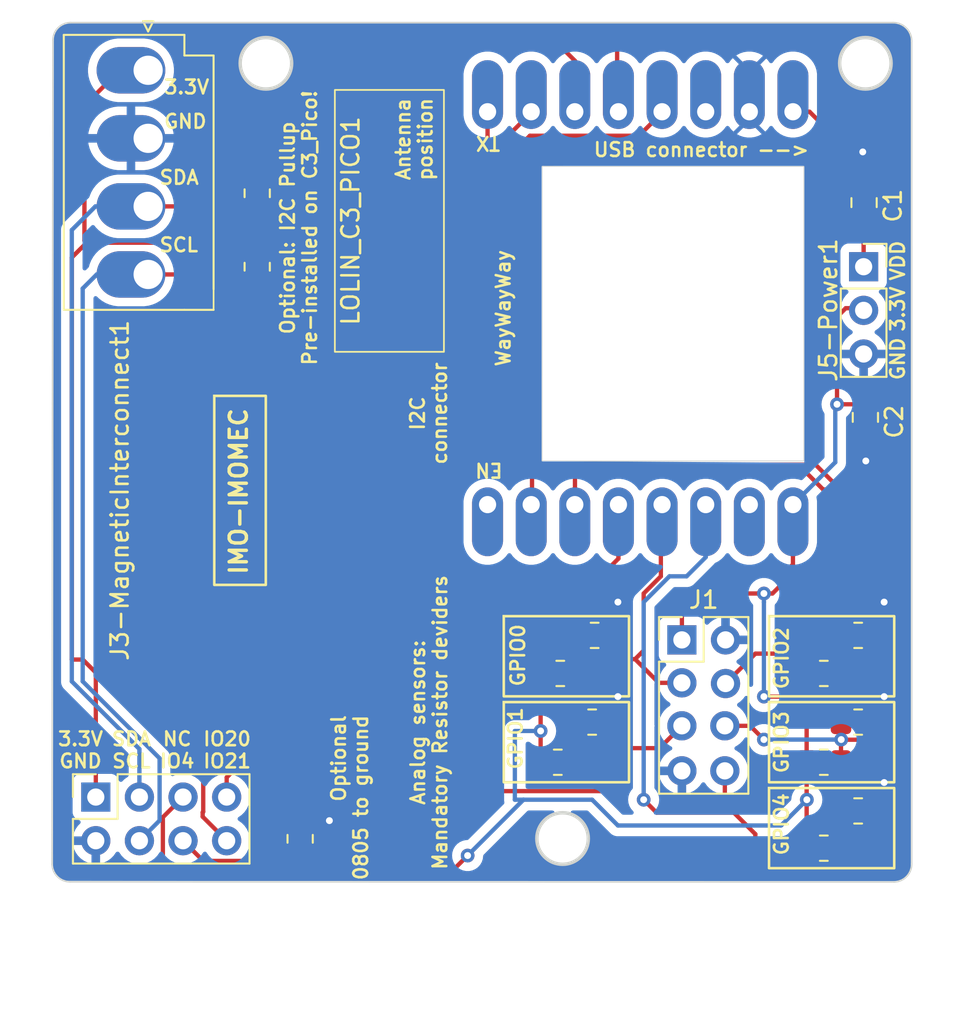
<source format=kicad_pcb>
(kicad_pcb (version 20240108) (generator "pcbnew") (generator_version "8.0")
  (layers (0 "F.Cu" signal) (31 "B.Cu" signal) (34 "B.Paste" user) (35 "F.Paste" user) (36 "B.SilkS" user "B.Silkscreen") (37 "F.SilkS" user "F.Silkscreen") (38 "B.Mask" user) (39 "F.Mask" user) (44 "Edge.Cuts" user))
  (net 0 "")
  (net 1 "GND")
  (net 2 "VDD")
  (net 3 "+3.3V")
  (net 4 "/SDA")
  (net 5 "/SCL")
  (net 6 "/SPI_MISO")
  (net 7 "/SPI_MOSI")
  (net 8 "/SPI_SCK")
  (net 9 "/SPI_CS")
  (net 10 "Net-(J4-OffTheShelf-Digital1-Pin_5)")
  (net 11 "/GPIO4_LED")
  (net 12 "/GPIO20_RX")
  (net 13 "/GPIO21_TX")
  (net 15 "Net-(J1-Pin_5)")
  (net 17 "Net-(J1-Pin_4)")
  (footprint "Resistor_SMD:R_0805_2012Metric_Pad1.20x1.40mm_HandSolder" (layer "F.Cu") (at 208 99.32 180)
    (property "Reference" "R16" (hide yes))
    (property "Value" "R")
    (fp_line (start -0.227064 0.735) (end 0.227064 0.735) (stroke (width 0.12)) (layer "F.SilkS"))
    (fp_line (start -0.227064 -0.735) (end 0.227064 -0.735) (stroke (width 0.12)) (layer "F.SilkS"))
    (pad "1" smd roundrect (at -1 0 180) (size 1.2 1.4) (layers "F.Cu" "F.Paste" "F.Mask") (roundrect_rratio 0.2083333333) (net 8 "/SPI_SCK"))
    (pad "2" smd roundrect (at 1 0 180) (size 1.2 1.4) (layers "F.Cu" "F.Paste" "F.Mask") (roundrect_rratio 0.2083333333) (net 3 "+3.3V"))
  )
  (footprint "Resistor_SMD:R_0805_2012Metric_Pad1.20x1.40mm_HandSolder" (layer "F.Cu") (at 208.1449 94.15195 180)
    (property "Reference" "R17" (hide yes))
    (property "Value" "R")
    (fp_line (start -0.227064 0.735) (end 0.227064 0.735) (stroke (width 0.12)) (layer "F.SilkS"))
    (fp_line (start -0.227064 -0.735) (end 0.227064 -0.735) (stroke (width 0.12)) (layer "F.SilkS"))
    (pad "1" smd roundrect (at -1 0 180) (size 1.2 1.4) (layers "F.Cu" "F.Paste" "F.Mask") (roundrect_rratio 0.2083333333) (net 6 "/SPI_MISO"))
    (pad "2" smd roundrect (at 1 0 180) (size 1.2 1.4) (layers "F.Cu" "F.Paste" "F.Mask") (roundrect_rratio 0.2083333333) (net 3 "+3.3V"))
  )
  (footprint "Resistor_SMD:R_0805_2012Metric_Pad1.20x1.40mm_HandSolder" (layer "F.Cu") (at 193 103.775 90)
    (property "Reference" "R1" (hide yes))
    (property "Value" "R")
    (fp_line (start -0.227064 -0.735) (end 0.227064 -0.735) (stroke (width 0.12)) (layer "F.SilkS"))
    (fp_line (start -0.227064 0.735) (end 0.227064 0.735) (stroke (width 0.12)) (layer "F.SilkS"))
    (pad "1" smd roundrect (at -1 0 90) (size 1.2 1.4) (layers "F.Cu" "F.Paste" "F.Mask") (roundrect_rratio 0.2083333333) (net 10 "Net-(J4-OffTheShelf-Digital1-Pin_5)"))
    (pad "2" smd roundrect (at 1 0 90) (size 1.2 1.4) (layers "F.Cu" "F.Paste" "F.Mask") (roundrect_rratio 0.2083333333) (net 1 "GND"))
  )
  (footprint "Capacitor_SMD:C_0805_2012Metric_Pad1.18x1.45mm_HandSolder" (layer "F.Cu") (at 225.8314 66.7551 -90)
    (property "Reference" "C1" (at 0.1817 -1.6764 90) (layer "F.SilkS"))
    (property "Value" "C_Small")
    (fp_line (start -0.261252 0.735) (end 0.261252 0.735) (stroke (width 0.12)) (layer "F.SilkS"))
    (fp_line (start -0.261252 -0.735) (end 0.261252 -0.735) (stroke (width 0.12)) (layer "F.SilkS"))
    (pad "1" smd roundrect (at -1.0375 0 270) (size 1.175 1.45) (layers "F.Cu" "F.Paste" "F.Mask") (roundrect_rratio 0.2127659574) (net 1 "GND"))
    (pad "2" smd roundrect (at 1.0375 0 270) (size 1.175 1.45) (layers "F.Cu" "F.Paste" "F.Mask") (roundrect_rratio 0.2127659574) (net 2 "VDD"))
  )
  (footprint "Resistor_SMD:R_0805_2012Metric_Pad1.20x1.40mm_HandSolder" (layer "F.Cu") (at 223.487347 99.32 180)
    (property "Reference" "R14" (hide yes))
    (property "Value" "R")
    (fp_line (start -0.227064 0.735) (end 0.227064 0.735) (stroke (width 0.12)) (layer "F.SilkS"))
    (fp_line (start -0.227064 -0.735) (end 0.227064 -0.735) (stroke (width 0.12)) (layer "F.SilkS"))
    (pad "1" smd roundrect (at -1 0 180) (size 1.2 1.4) (layers "F.Cu" "F.Paste" "F.Mask") (roundrect_rratio 0.2083333333) (net 15 "Net-(J1-Pin_5)"))
    (pad "2" smd roundrect (at 1 0 180) (size 1.2 1.4) (layers "F.Cu" "F.Paste" "F.Mask") (roundrect_rratio 0.2083333333) (net 3 "+3.3V"))
  )
  (footprint "Resistor_SMD:R_0805_2012Metric_Pad1.20x1.40mm_HandSolder" (layer "F.Cu") (at 225.487347 102.15195)
    (property "Reference" "R18" (hide yes))
    (property "Value" "R")
    (fp_line (start -0.227064 -0.735) (end 0.227064 -0.735) (stroke (width 0.12)) (layer "F.SilkS"))
    (fp_line (start -0.227064 0.735) (end 0.227064 0.735) (stroke (width 0.12)) (layer "F.SilkS"))
    (pad "1" smd roundrect (at -1 0) (size 1.2 1.4) (layers "F.Cu" "F.Paste" "F.Mask") (roundrect_rratio 0.2083333333) (net 7 "/SPI_MOSI"))
    (pad "2" smd roundrect (at 1 0) (size 1.2 1.4) (layers "F.Cu" "F.Paste" "F.Mask") (roundrect_rratio 0.2083333333) (net 1 "GND"))
  )
  (footprint "Resistor_SMD:R_0805_2012Metric_Pad1.20x1.40mm_HandSolder" (layer "F.Cu") (at 223.487347 104.32 180)
    (property "Reference" "R13" (hide yes))
    (property "Value" "R")
    (fp_line (start -0.227064 0.735) (end 0.227064 0.735) (stroke (width 0.12)) (layer "F.SilkS"))
    (fp_line (start -0.227064 -0.735) (end 0.227064 -0.735) (stroke (width 0.12)) (layer "F.SilkS"))
    (pad "1" smd roundrect (at -1 0 180) (size 1.2 1.4) (layers "F.Cu" "F.Paste" "F.Mask") (roundrect_rratio 0.2083333333) (net 7 "/SPI_MOSI"))
    (pad "2" smd roundrect (at 1 0 180) (size 1.2 1.4) (layers "F.Cu" "F.Paste" "F.Mask") (roundrect_rratio 0.2083333333) (net 3 "+3.3V"))
  )
  (footprint "Resistor_SMD:R_0805_2012Metric_Pad1.20x1.40mm_HandSolder" (layer "F.Cu") (at 210 96.9839)
    (property "Reference" "R21" (hide yes))
    (property "Value" "R")
    (fp_line (start -0.227064 -0.735) (end 0.227064 -0.735) (stroke (width 0.12)) (layer "F.SilkS"))
    (fp_line (start -0.227064 0.735) (end 0.227064 0.735) (stroke (width 0.12)) (layer "F.SilkS"))
    (pad "1" smd roundrect (at -1 0) (size 1.2 1.4) (layers "F.Cu" "F.Paste" "F.Mask") (roundrect_rratio 0.2083333333) (net 8 "/SPI_SCK"))
    (pad "2" smd roundrect (at 1 0) (size 1.2 1.4) (layers "F.Cu" "F.Paste" "F.Mask") (roundrect_rratio 0.2083333333) (net 1 "GND"))
  )
  (footprint "Resistor_SMD:R_0805_2012Metric_Pad1.20x1.40mm_HandSolder" (layer "F.Cu") (at 223.487347 94.15195 180)
    (property "Reference" "R15" (hide yes))
    (property "Value" "R")
    (fp_line (start -0.227064 0.735) (end 0.227064 0.735) (stroke (width 0.12)) (layer "F.SilkS"))
    (fp_line (start -0.227064 -0.735) (end 0.227064 -0.735) (stroke (width 0.12)) (layer "F.SilkS"))
    (pad "1" smd roundrect (at -1 0 180) (size 1.2 1.4) (layers "F.Cu" "F.Paste" "F.Mask") (roundrect_rratio 0.2083333333) (net 17 "Net-(J1-Pin_4)"))
    (pad "2" smd roundrect (at 1 0 180) (size 1.2 1.4) (layers "F.Cu" "F.Paste" "F.Mask") (roundrect_rratio 0.2083333333) (net 3 "+3.3V"))
  )
  (footprint "Connector_PinSocket_2.54mm:PinSocket_2x04_P2.54mm_Vertical" (layer "F.Cu") (at 181.102 101.346 90)
    (property "Reference" "J4-OffTheShelf-Digital1" (hide yes))
    (property "Value" "Conn_02x06_Counter_Clockwise")
    (fp_line (start 1.33 -1.33) (end 1.33 0) (stroke (width 0.12)) (layer "F.SilkS"))
    (fp_line (start 0 -1.33) (end 1.33 -1.33) (stroke (width 0.12)) (layer "F.SilkS"))
    (fp_line (start -1.27 -1.33) (end -1.27 1.27) (stroke (width 0.12)) (layer "F.SilkS"))
    (fp_line (start -3.87 -1.33) (end -1.27 -1.33) (stroke (width 0.12)) (layer "F.SilkS"))
    (fp_line (start -3.87 -1.33) (end -3.87 8.95) (stroke (width 0.12)) (layer "F.SilkS"))
    (fp_line (start 1.33 1.27) (end 1.33 8.95) (stroke (width 0.12)) (layer "F.SilkS"))
    (fp_line (start -1.27 1.27) (end 1.33 1.27) (stroke (width 0.12)) (layer "F.SilkS"))
    (fp_line (start -3.87 8.95) (end 1.33 8.95) (stroke (width 0.12)) (layer "F.SilkS"))
    (pad "1" thru_hole rect (at 0 0 90) (size 1.7 1.7) (drill 1) (layers "*.Cu" "*.Mask") (net 3 "+3.3V"))
    (pad "2" thru_hole oval (at -2.54 0 90) (size 1.7 1.7) (drill 1) (layers "*.Cu" "*.Mask") (net 1 "GND"))
    (pad "3" thru_hole oval (at 0 2.54 90) (size 1.7 1.7) (drill 1) (layers "*.Cu" "*.Mask") (net 4 "/SDA"))
    (pad "4" thru_hole oval (at -2.54 2.54 90) (size 1.7 1.7) (drill 1) (layers "*.Cu" "*.Mask") (net 5 "/SCL"))
    (pad "5" thru_hole oval (at 0 5.08 90) (size 1.7 1.7) (drill 1) (layers "*.Cu" "*.Mask") (net 10 "Net-(J4-OffTheShelf-Digital1-Pin_5)"))
    (pad "6" thru_hole oval (at -2.54 5.08 90) (size 1.7 1.7) (drill 1) (layers "*.Cu" "*.Mask") (net 11 "/GPIO4_LED"))
    (pad "7" thru_hole oval (at 0 7.62 90) (size 1.7 1.7) (drill 1) (layers "*.Cu" "*.Mask") (net 12 "/GPIO20_RX"))
    (pad "8" thru_hole oval (at -2.54 7.62 90) (size 1.7 1.7) (drill 1) (layers "*.Cu" "*.Mask") (net 13 "/GPIO21_TX"))
  )
  (footprint "Resistor_SMD:R_0805_2012Metric_Pad1.20x1.40mm_HandSolder" (layer "F.Cu") (at 190.5 66.21 -90)
    (property "Reference" "R2" (hide yes))
    (property "Value" "R")
    (fp_line (start -0.227064 0.735) (end 0.227064 0.735) (stroke (width 0.12)) (layer "F.SilkS"))
    (fp_line (start -0.227064 -0.735) (end 0.227064 -0.735) (stroke (width 0.12)) (layer "F.SilkS"))
    (pad "1" smd roundrect (at -1 0 270) (size 1.2 1.4) (layers "F.Cu" "F.Paste" "F.Mask") (roundrect_rratio 0.2083333333) (net 4 "/SDA"))
    (pad "2" smd roundrect (at 1 0 270) (size 1.2 1.4) (layers "F.Cu" "F.Paste" "F.Mask") (roundrect_rratio 0.2083333333) (net 3 "+3.3V"))
  )
  (footprint "Resistor_SMD:R_0805_2012Metric_Pad1.20x1.40mm_HandSolder" (layer "F.Cu") (at 225.487347 91.93695)
    (property "Reference" "R20" (hide yes))
    (property "Value" "R")
    (fp_line (start -0.227064 -0.735) (end 0.227064 -0.735) (stroke (width 0.12)) (layer "F.SilkS"))
    (fp_line (start -0.227064 0.735) (end 0.227064 0.735) (stroke (width 0.12)) (layer "F.SilkS"))
    (pad "1" smd roundrect (at -1 0) (size 1.2 1.4) (layers "F.Cu" "F.Paste" "F.Mask") (roundrect_rratio 0.2083333333) (net 17 "Net-(J1-Pin_4)"))
    (pad "2" smd roundrect (at 1 0) (size 1.2 1.4) (layers "F.Cu" "F.Paste" "F.Mask") (roundrect_rratio 0.2083333333) (net 1 "GND"))
  )
  (footprint "User:LOLIN_C3_PICO_1.0.0" (layer "F.Cu") (at 214.071 71.628 90)
    (property "Reference" "LOLIN_C3_PICO1" (at 3.81 -18.1354 90) (layer "F.SilkS"))
    (property "Value" "~")
    (fp_rect (start 11.43 -19.05) (end -3.81 -12.7) (stroke (width 0.1)) (fill none) (layer "F.SilkS"))
    (fp_rect (start -10.16 -6.985) (end 6.985 8.255) (stroke (width 0.05)) (fill none) (layer "Edge.Cuts"))
    (pad "1" thru_hole oval (at 10.16 7.62 180) (size 1.8 4) (drill 1 (offset 0 1)) (layers "*.Cu" "*.Mask") (net 2 "VDD"))
    (pad "2" thru_hole oval (at 10.16 5.08 180) (size 1.8 4) (drill 1 (offset 0 1)) (layers "*.Cu" "*.Mask") (net 1 "GND"))
    (pad "3" thru_hole oval (at 10.16 2.54 180) (size 1.8 4) (drill 1 (offset 0 1)) (layers "*.Cu" "*.Mask") (net 9 "/SPI_CS"))
    (pad "4" thru_hole oval (at 10.16 0 180) (size 1.8 4) (drill 1 (offset 0 1)) (layers "*.Cu" "*.Mask") (net 11 "/GPIO4_LED"))
    (pad "5" thru_hole oval (at 10.16 -2.54 180) (size 1.8 4) (drill 1 (offset 0 1)) (layers "*.Cu" "*.Mask") (net 4 "/SDA"))
    (pad "6" thru_hole oval (at 10.16 -5.08 180) (size 1.8 4) (drill 1 (offset 0 1)) (layers "*.Cu" "*.Mask") (net 5 "/SCL"))
    (pad "7" thru_hole oval (at 10.16 -7.62 180) (size 1.8 4) (drill 1 (offset 0 1)) (layers "*.Cu" "*.Mask") (net 12 "/GPIO20_RX"))
    (pad "8" thru_hole oval (at 10.16 -10.16 180) (size 1.8 4) (drill 1 (offset 0 1)) (layers "*.Cu" "*.Mask") (net 13 "/GPIO21_TX"))
    (pad "9" thru_hole oval (at -12.7 -10.16 180) (size 1.8 4) (drill 1 (offset 0 -1)) (layers "*.Cu" "*.Mask"))
    (pad "10" thru_hole oval (at -12.7 -7.62 180) (size 1.8 4) (drill 1 (offset 0 -1)) (layers "*.Cu" "*.Mask") (net 15 "Net-(J1-Pin_5)"))
    (pad "11" thru_hole oval (at -12.7 -5.08 180) (size 1.8 4) (drill 1 (offset 0 -1)) (layers "*.Cu" "*.Mask") (net 17 "Net-(J1-Pin_4)"))
    (pad "12" thru_hole oval (at -12.7 -2.54 180) (size 1.8 4) (drill 1 (offset 0 -1)) (layers "*.Cu" "*.Mask") (net 8 "/SPI_SCK"))
    (pad "13" thru_hole oval (at -12.7 0 180) (size 1.8 4) (drill 1 (offset 0 -1)) (layers "*.Cu" "*.Mask") (net 6 "/SPI_MISO"))
    (pad "14" thru_hole oval (at -12.7 2.54 180) (size 1.8 4) (drill 1 (offset 0 -1)) (layers "*.Cu" "*.Mask") (net 7 "/SPI_MOSI"))
    (pad "15" thru_hole oval (at -12.7 5.08 180) (size 1.8 4) (drill 1 (offset 0 -1)) (layers "*.Cu" "*.Mask"))
    (pad "16" thru_hole oval (at -12.7 7.62 180) (size 1.8 4) (drill 1 (offset 0 -1)) (layers "*.Cu" "*.Mask") (net 3 "+3.3V"))
  )
  (footprint "Capacitor_SMD:C_0805_2012Metric_Pad1.18x1.45mm_HandSolder" (layer "F.Cu") (at 225.9076 79.2519 90)
    (property "Reference" "C2" (at -0.254 1.6764 90) (layer "F.SilkS"))
    (property "Value" "C_Small")
    (fp_line (start -0.261252 -0.735) (end 0.261252 -0.735) (stroke (width 0.12)) (layer "F.SilkS"))
    (fp_line (start -0.261252 0.735) (end 0.261252 0.735) (stroke (width 0.12)) (layer "F.SilkS"))
    (pad "1" smd roundrect (at -1.0375 0 90) (size 1.175 1.45) (layers "F.Cu" "F.Paste" "F.Mask") (roundrect_rratio 0.2127659574) (net 1 "GND"))
    (pad "2" smd roundrect (at 1.0375 0 90) (size 1.175 1.45) (layers "F.Cu" "F.Paste" "F.Mask") (roundrect_rratio 0.2127659574) (net 3 "+3.3V"))
  )
  (footprint "Connector_PinSocket_2.54mm:PinSocket_1x03_P2.54mm_Vertical" (layer "F.Cu") (at 225.806 70.485)
    (property "Reference" "J5-Power1" (at -2.0554 2.525 90) (layer "F.SilkS"))
    (property "Value" "Conn_01x03")
    (fp_line (start -1.33 1.27) (end -1.33 6.41) (stroke (width 0.12)) (layer "F.SilkS"))
    (fp_line (start -1.33 1.27) (end 1.33 1.27) (stroke (width 0.12)) (layer "F.SilkS"))
    (fp_line (start -1.33 6.41) (end 1.33 6.41) (stroke (width 0.12)) (layer "F.SilkS"))
    (fp_line (start 0 -1.33) (end 1.33 -1.33) (stroke (width 0.12)) (layer "F.SilkS"))
    (fp_line (start 1.33 -1.33) (end 1.33 0) (stroke (width 0.12)) (layer "F.SilkS"))
    (fp_line (start 1.33 1.27) (end 1.33 6.41) (stroke (width 0.12)) (layer "F.SilkS"))
    (pad "1" thru_hole rect (at 0 0) (size 1.7 1.7) (drill 1) (layers "*.Cu" "*.Mask") (net 2 "VDD"))
    (pad "2" thru_hole oval (at 0 2.54) (size 1.7 1.7) (drill 1) (layers "*.Cu" "*.Mask") (net 3 "+3.3V"))
    (pad "3" thru_hole oval (at 0 5.08) (size 1.7 1.7) (drill 1) (layers "*.Cu" "*.Mask") (net 1 "GND"))
  )
  (footprint "Connector_JST:JST_VH_B4P-VH-B_1x04_P3.96mm_Vertical" (layer "F.Cu") (at 184.15 59.055 -90)
    (property "Reference" "J3-MagneticInterconnect1" (at 24.445 1.65 90) (layer "F.SilkS"))
    (property "Value" "Conn_01x08")
    (fp_line (start -2.06 4.91) (end -2.06 -2.11) (stroke (width 0.12)) (layer "F.SilkS"))
    (fp_line (start 13.94 4.91) (end -2.06 4.91) (stroke (width 0.12)) (layer "F.SilkS"))
    (fp_line (start -2.86 0.3) (end -2.86 -0.3) (stroke (width 0.12)) (layer "F.SilkS"))
    (fp_line (start -2.26 0) (end -2.86 0.3) (stroke (width 0.12)) (layer "F.SilkS"))
    (fp_line (start -2.86 -0.3) (end -2.26 0) (stroke (width 0.12)) (layer "F.SilkS"))
    (fp_line (start -2.06 -2.11) (end -0.86 -2.11) (stroke (width 0.12)) (layer "F.SilkS"))
    (fp_line (start -0.86 -2.11) (end -0.86 -3.81) (stroke (width 0.12)) (layer "F.SilkS"))
    (fp_line (start 13.94 -2.11) (end 13.94 4.91) (stroke (width 0.12)) (layer "F.SilkS"))
    (fp_line (start -0.86 -3.81) (end 12.74 -3.81) (stroke (width 0.12)) (layer "F.SilkS"))
    (fp_line (start 13.94 -3.81) (end 13.94 -2.11) (stroke (width 0.12)) (layer "F.SilkS"))
    (fp_line (start 13.94 -3.81) (end 12.74 -3.81) (stroke (width 0.1)) (layer "F.SilkS"))
    (pad "1" thru_hole oval (at 0 0) (size 4 2.7) (drill 1.7 (offset -1 0)) (layers "*.Cu" "*.Mask") (net 3 "+3.3V"))
    (pad "2" thru_hole oval (at 3.96 0) (size 4 2.7) (drill 1.7 (offset -1 0)) (layers "*.Cu" "*.Mask") (net 1 "GND"))
    (pad "3" thru_hole oval (at 7.92 0) (size 4 2.7) (drill 1.7 (offset -1 0)) (layers "*.Cu" "*.Mask") (net 4 "/SDA"))
    (pad "4" thru_hole oval (at 11.88 0) (size 4 2.7) (drill 1.7 (offset -1 0)) (layers "*.Cu" "*.Mask") (net 5 "/SCL"))
  )
  (footprint "Connector_PinHeader_2.54mm:PinHeader_2x04_P2.54mm_Vertical" (layer "F.Cu") (at 215.225 92.2)
    (property "Reference" "J1" (at 1.27 -2.33 0) (layer "F.SilkS"))
    (property "Value" "Conn_01x06")
    (fp_line (start -1.33 -1.33) (end 0 -1.33) (stroke (width 0.12)) (layer "F.SilkS"))
    (fp_line (start -1.33 0) (end -1.33 -1.33) (stroke (width 0.12)) (layer "F.SilkS"))
    (fp_line (start -1.33 1.27) (end -1.33 8.95) (stroke (width 0.12)) (layer "F.SilkS"))
    (fp_line (start -1.33 1.27) (end 1.27 1.27) (stroke (width 0.12)) (layer "F.SilkS"))
    (fp_line (start -1.33 8.95) (end 3.87 8.95) (stroke (width 0.12)) (layer "F.SilkS"))
    (fp_line (start 1.27 -1.33) (end 3.87 -1.33) (stroke (width 0.12)) (layer "F.SilkS"))
    (fp_line (start 1.27 1.27) (end 1.27 -1.33) (stroke (width 0.12)) (layer "F.SilkS"))
    (fp_line (start 3.87 -1.33) (end 3.87 8.95) (stroke (width 0.12)) (layer "F.SilkS"))
    (pad "1" thru_hole rect (at 0 0) (size 1.7 1.7) (drill 1) (layers "*.Cu" "*.Mask") (net 3 "+3.3V"))
    (pad "2" thru_hole oval (at 2.54 0) (size 1.7 1.7) (drill 1) (layers "*.Cu" "*.Mask") (net 1 "GND"))
    (pad "3" thru_hole oval (at 0 5) (size 1.7 1.7) (drill 1) (layers "*.Cu" "*.Mask") (net 8 "/SPI_SCK"))
    (pad "4" thru_hole oval (at 2.54 2.54) (size 1.7 1.7) (drill 1) (layers "*.Cu" "*.Mask") (net 17 "Net-(J1-Pin_4)"))
    (pad "5" thru_hole oval (at 2.5 5) (size 1.7 1.7) (drill 1) (layers "*.Cu" "*.Mask") (net 15 "Net-(J1-Pin_5)"))
    (pad "6" thru_hole oval (at 2.5 7.62) (size 1.7 1.7) (drill 1) (layers "*.Cu" "*.Mask") (net 7 "/SPI_MOSI"))
    (pad "7" thru_hole oval (at 0 2.5) (size 1.7 1.7) (drill 1) (layers "*.Cu" "*.Mask") (net 6 "/SPI_MISO"))
    (pad "8" thru_hole oval (at 0 7.62) (size 1.7 1.7) (drill 1) (layers "*.Cu" "*.Mask") (net 1 "GND"))
  )
  (footprint "Resistor_SMD:R_0805_2012Metric_Pad1.20x1.40mm_HandSolder" (layer "F.Cu") (at 190.5 70.485 90)
    (property "Reference" "R3" (hide yes))
    (property "Value" "R")
    (fp_line (start -0.227064 -0.735) (end 0.227064 -0.735) (stroke (width 0.12)) (layer "F.SilkS"))
    (fp_line (start -0.227064 0.735) (end 0.227064 0.735) (stroke (width 0.12)) (layer "F.SilkS"))
    (pad "1" smd roundrect (at -1 0 90) (size 1.2 1.4) (layers "F.Cu" "F.Paste" "F.Mask") (roundrect_rratio 0.2083333333) (net 5 "/SCL"))
    (pad "2" smd roundrect (at 1 0 90) (size 1.2 1.4) (layers "F.Cu" "F.Paste" "F.Mask") (roundrect_rratio 0.2083333333) (net 3 "+3.3V"))
  )
  (footprint "Resistor_SMD:R_0805_2012Metric_Pad1.20x1.40mm_HandSolder" (layer "F.Cu") (at 210.1449 91.93695)
    (property "Reference" "R22" (hide yes))
    (property "Value" "R")
    (fp_line (start -0.227064 -0.735) (end 0.227064 -0.735) (stroke (width 0.12)) (layer "F.SilkS"))
    (fp_line (start -0.227064 0.735) (end 0.227064 0.735) (stroke (width 0.12)) (layer "F.SilkS"))
    (pad "1" smd roundrect (at -1 0) (size 1.2 1.4) (layers "F.Cu" "F.Paste" "F.Mask") (roundrect_rratio 0.2083333333) (net 6 "/SPI_MISO"))
    (pad "2" smd roundrect (at 1 0) (size 1.2 1.4) (layers "F.Cu" "F.Paste" "F.Mask") (roundrect_rratio 0.2083333333) (net 1 "GND"))
  )
  (footprint "Resistor_SMD:R_0805_2012Metric_Pad1.20x1.40mm_HandSolder" (layer "F.Cu") (at 225.487347 96.9839)
    (property "Reference" "R19" (hide yes))
    (property "Value" "R")
    (fp_line (start -0.227064 -0.735) (end 0.227064 -0.735) (stroke (width 0.12)) (layer "F.SilkS"))
    (fp_line (start -0.227064 0.735) (end 0.227064 0.735) (stroke (width 0.12)) (layer "F.SilkS"))
    (pad "1" smd roundrect (at -1 0) (size 1.2 1.4) (layers "F.Cu" "F.Paste" "F.Mask") (roundrect_rratio 0.2083333333) (net 15 "Net-(J1-Pin_5)"))
    (pad "2" smd roundrect (at 1 0) (size 1.2 1.4) (layers "F.Cu" "F.Paste" "F.Mask") (roundrect_rratio 0.2083333333) (net 1 "GND"))
  )
  (gr_rect (start 220.297347 95.82) (end 227.587147 100.4839) (stroke (width 0.15)) (fill none) (layer "F.SilkS"))
  (gr_rect (start 220.297347 90.82) (end 227.587147 95.4839) (stroke (width 0.15)) (fill none) (layer "F.SilkS"))
  (gr_rect (start 188 78) (end 191 89) (stroke (width 0.15)) (fill none) (layer "F.SilkS"))
  (gr_rect (start 220.297347 100.82) (end 227.587147 105.4839) (stroke (width 0.15)) (fill none) (layer "F.SilkS"))
  (gr_rect (start 204.8551 90.82) (end 212.1449 95.4839) (stroke (width 0.15)) (fill none) (layer "F.SilkS"))
  (gr_rect (start 204.8551 95.82) (end 212.1449 100.4839) (stroke (width 0.15)) (fill none) (layer "F.SilkS"))
  (gr_arc (start 178.6128 57.3024) (mid 178.910379 56.583979) (end 179.6288 56.2864) (stroke (width 0.1)) (layer "Edge.Cuts"))
  (gr_arc (start 179.6034 106.273909) (mid 178.875836 105.977726) (end 178.562001 105.2576) (stroke (width 0.1)) (layer "Edge.Cuts"))
  (gr_circle (center 225.9076 58.6486) (end 227.4076 58.6486) (stroke (width 0.2)) (fill none) (layer "Edge.Cuts"))
  (gr_arc (start 228.601264 105.241224) (mid 228.305081 105.968788) (end 227.584955 106.282623) (stroke (width 0.1)) (layer "Edge.Cuts"))
  (gr_line (start 178.6128 57.3024) (end 178.562001 105.2576) (stroke (width 0.1)) (layer "Edge.Cuts"))
  (gr_line (start 228.601264 105.241224) (end 228.6 57.3532) (stroke (width 0.1)) (layer "Edge.Cuts"))
  (gr_circle (center 191.0066 58.6486) (end 192.5066 58.6486) (stroke (width 0.2)) (fill none) (layer "Edge.Cuts"))
  (gr_arc (start 227.5332 56.2864) (mid 228.287542 56.598858) (end 228.6 57.3532) (stroke (width 0.1)) (layer "Edge.Cuts"))
  (gr_line (start 179.6034 106.273909) (end 227.584955 106.282623) (stroke (width 0.1)) (layer "Edge.Cuts"))
  (gr_circle (center 208.2786 103.759) (end 209.7786 103.759) (stroke (width 0.2)) (fill none) (layer "Edge.Cuts"))
  (gr_line (start 227.5332 56.2864) (end 179.6288 56.2864) (stroke (width 0.1)) (layer "Edge.Cuts"))
  (gr_text "EN" (at 203.9874 82.3214 180) (layer "F.SilkS") (effects (font (size 0.8 0.8))))
  (gr_text "3.3V" (at 227.7872 72.948804 90) (layer "F.SilkS") (effects (font (size 0.8 0.8))))
  (gr_text "GPIO2" (at 221.491147 95.15195 90) (layer "F.SilkS") (effects (font (size 0.8 0.8)) (justify left bottom)))
  (gr_text "3.3V" (at 185 60.5 0) (layer "F.SilkS") (effects (font (size 0.8 0.8)) (justify left bottom)))
  (gr_text "WayWayWay" (at 204.8256 72.898 90) (layer "F.SilkS") (effects (font (size 0.8 0.8))))
  (gr_text "SDA" (at 184.7342 65.7606 0) (layer "F.SilkS") (effects (font (size 0.8 0.8)) (justify left bottom)))
  (gr_text "IO20\nIO21" (at 188.747443 99.7204 0) (layer "F.SilkS") (effects (font (size 0.8 0.8)) (justify bottom)))
  (gr_text "NC\nIO4" (at 185.839137 99.7204 0) (layer "F.SilkS") (effects (font (size 0.8 0.8)) (justify bottom)))
  (gr_text "SCL" (at 184.7342 69.68744 0) (layer "F.SilkS") (effects (font (size 0.8 0.8)) (justify left bottom)))
  (gr_text "Optional\n0805 to ground" (at 197 96.5 90) (layer "F.SilkS") (effects (font (size 0.8 0.8)) (justify right bottom)))
  (gr_text "Optional: I2C Pullup\nPre-installed on C3_Pico!" (at 192.913 68.2244 90) (layer "F.SilkS") (effects (font (size 0.8 0.8))))
  (gr_text "GND" (at 185 62.5 0) (layer "F.SilkS") (effects (font (size 0.8 0.8)) (justify left bottom)))
  (gr_text "VDD" (at 227.7872 70.1294 90) (layer "F.SilkS") (effects (font (size 0.8 0.8))))
  (gr_text "GPIO0\n" (at 206.1449 94.9839 90) (layer "F.SilkS") (effects (font (size 0.8 0.8)) (justify left bottom)))
  (gr_text "GPIO3\n" (at 221.491147 100.0404 90) (layer "F.SilkS") (effects (font (size 0.8 0.8)) (justify left bottom)))
  (gr_text "TX" (at 203.9366 63.2968 180) (layer "F.SilkS") (effects (font (size 0.8 0.8))))
  (gr_text "IMO-IMOMEC" (at 190 88.5 90) (layer "F.SilkS") (effects (font (size 1 1) (thickness 0.2) (bold yes)) (justify left bottom)))
  (gr_text "3.3V\nGND" (at 180.213 99.7204 0) (layer "F.SilkS") (effects (font (size 0.8 0.8)) (justify bottom)))
  (gr_text "I2C\nconnector" (at 200.4822 79.0194 90) (layer "F.SilkS") (effects (font (size 0.8 0.8))))
  (gr_text "GND" (at 227.7872 75.8444 90) (layer "F.SilkS") (effects (font (size 0.8 0.8))))
  (gr_text "USB connector -->" (at 216.3572 63.6778 0) (layer "F.SilkS") (effects (font (size 0.8 0.8))))
  (gr_text "GPIO4\n" (at 221.491147 104.81585 90) (layer "F.SilkS") (effects (font (size 0.8 0.8)) (justify left bottom)))
  (gr_text "Analog sensors:\nMandatory Resistor deviders" (at 200.5 97 90) (layer "F.SilkS") (effects (font (size 0.8 0.8))))
  (gr_text "GPIO1\n" (at 206 99.82 90) (layer "F.SilkS") (effects (font (size 0.8 0.8)) (justify left bottom)))
  (gr_text "SDA\nSCL\n" (at 183.178449 99.7204 0) (layer "F.SilkS") (effects (font (size 0.8 0.8)) (justify bottom)))
  (gr_text "Antenna\nposition" (at 199.644 63.0682 90) (layer "F.SilkS") (effects (font (size 0.8 0.8))))
  (segment (start 193.0574 102.7176) (end 193 102.775) (width 0.25) (layer "F.Cu") (net 1))
  (segment (start 225.7552 63.8048) (end 225.7552 65.6178) (width 0.25) (layer "F.Cu") (net 1))
  (segment (start 225.933 81.788) (end 225.933 80.3148) (width 0.25) (layer "F.Cu") (net 1))
  (segment (start 225.933 81.788) (end 225.806 81.661) (width 0.25) (layer "F.Cu") (net 1))
  (segment (start 226.487347 101.012653) (end 227 100.5) (width 0.25) (layer "F.Cu") (net 1))
  (segment (start 194.7018 102.7176) (end 193.0574 102.7176) (width 0.25) (layer "F.Cu") (net 1))
  (segment (start 225.7552 65.6178) (end 225.6554 65.7176) (width 0.25) (layer "F.Cu") (net 1))
  (segment (start 211 96) (end 211.5 95.5) (width 0.25) (layer "F.Cu") (net 1))
  (segment (start 226.487347 96.9839) (end 226.487347 96.012653) (width 0.25) (layer "F.Cu") (net 1))
  (segment (start 226.487347 96.012653) (end 227 95.5) (width 0.25) (layer "F.Cu") (net 1))
  (segment (start 226.487347 91.93695) (end 226.487347 90.512653) (width 0.25) (layer "F.Cu") (net 1))
  (segment (start 211 96.9839) (end 211 96) (width 0.25) (layer "F.Cu") (net 1))
  (segment (start 225.933 80.3148) (end 225.9076 80.2894) (width 0.25) (layer "F.Cu") (net 1))
  (segment (start 226.487347 102.15195) (end 226.487347 101.012653) (width 0.25) (layer "F.Cu") (net 1))
  (segment (start 211.1449 91.93695) (end 211.1449 90.3551) (width 0.25) (layer "F.Cu") (net 1))
  (segment (start 211.1449 90.3551) (end 211.5 90) (width 0.25) (layer "F.Cu") (net 1))
  (segment (start 226.487347 90.512653) (end 227 90) (width 0.25) (layer "F.Cu") (net 1))
  (via (at 227 95.5) (size 0.8) (drill 0.4) (layers "F.Cu" "B.Cu") (net 1))
  (via (at 225.933 81.788) (size 0.8) (drill 0.4) (layers "F.Cu" "B.Cu") (net 1))
  (via (at 211.5 95.5) (size 0.8) (drill 0.4) (layers "F.Cu" "B.Cu") (net 1))
  (via (at 194.7018 102.7176) (size 0.8) (drill 0.4) (layers "F.Cu" "B.Cu") (net 1))
  (via (at 211.5 90) (size 0.8) (drill 0.4) (layers "F.Cu" "B.Cu") (net 1))
  (via (at 227 90) (size 0.8) (drill 0.4) (layers "F.Cu" "B.Cu") (net 1))
  (via (at 227 100.5) (size 0.8) (drill 0.4) (layers "F.Cu" "B.Cu") (net 1))
  (via (at 225.7552 63.8048) (size 0.8) (drill 0.4) (layers "F.Cu" "B.Cu") (net 1))
  (segment (start 219.151 61.468) (end 219.151 59.131) (width 0.25) (layer "B.Cu") (net 1))
  (segment (start 219.151 61.468) (end 219.151 61.8746) (width 0.25) (layer "B.Cu") (net 1))
  (segment (start 219.151 59.1822) (end 220.6752 57.658) (width 0.25) (layer "B.Cu") (net 1))
  (segment (start 219.151 61.8746) (end 217.932 63.0936) (width 0.25) (layer "B.Cu") (net 1))
  (segment (start 219.151 61.468) (end 219.151 59.1822) (width 0.25) (layer "B.Cu") (net 1))
  (segment (start 219.151 61.8742) (end 220.2688 62.992) (width 0.25) (layer "B.Cu") (net 1))
  (segment (start 219.151 61.468) (end 219.151 61.8742) (width 0.25) (layer "B.Cu") (net 1))
  (segment (start 219.151 59.131) (end 217.8304 57.8104) (width 0.25) (layer "B.Cu") (net 1))
  (segment (start 223.3676 66.9036) (end 224.2566 67.7926) (width 0.25) (layer "F.Cu") (net 2))
  (segment (start 222.6564 61.468) (end 223.3676 62.1792) (width 0.25) (layer "F.Cu") (net 2))
  (segment (start 225.806 67.818) (end 225.806 70.485) (width 0.25) (layer "F.Cu") (net 2))
  (segment (start 223.3676 62.1792) (end 223.3676 66.9036) (width 0.25) (layer "F.Cu") (net 2))
  (segment (start 221.691 61.468) (end 222.6564 61.468) (width 0.25) (layer "F.Cu") (net 2))
  (segment (start 224.2566 67.7926) (end 225.8314 67.7926) (width 0.25) (layer "F.Cu") (net 2))
  (segment (start 225.8314 67.7926) (end 225.806 67.818) (width 0.25) (layer "F.Cu") (net 2))
  (segment (start 221.691 87.809) (end 221.691 84.328) (width 0.25) (layer "F.Cu") (net 3))
  (segment (start 207 94.29685) (end 207.1449 94.15195) (width 0.25) (layer "F.Cu") (net 3))
  (segment (start 222.487347 101.512653) (end 222.5 101.5) (width 0.25) (layer "F.Cu") (net 3))
  (segment (start 221.5 84.519) (end 221.691 84.328) (width 0.25) (layer "F.Cu") (net 3))
  (segment (start 179.961 105.961) (end 179 105) (width 0.25) (layer "F.Cu") (net 3))
  (segment (start 179.5 99.5) (end 181.102 99.5) (width 0.25) (layer "F.Cu") (net 3))
  (segment (start 180.5686 69.088) (end 179.705 69.9516) (width 0.25) (layer "F.Cu") (net 3))
  (segment (start 220.725 95.5) (end 220 95.5) (width 0.25) (layer "F.Cu") (net 3))
  (segment (start 180.5686 69.088) (end 180.4416 68.961) (width 0.25) (layer "F.Cu") (net 3))
  (segment (start 215.5 89.5) (end 220 89.5) (width 0.25) (layer "F.Cu") (net 3))
  (segment (start 224.7646 72.898) (end 225.8314 72.898) (width 0.25) (layer "F.Cu") (net 3))
  (segment (start 222.487347 95.5) (end 221.5 95.5) (width 0.25) (layer "F.Cu") (net 3))
  (segment (start 215.225 89.775) (end 215.5 89.5) (width 0.25) (layer "F.Cu") (net 3))
  (segment (start 179 105) (end 179 100) (width 0.25) (layer "F.Cu") (net 3))
  (segment (start 220 89.5) (end 220.5 89.5) (width 0.25) (layer "F.Cu") (net 3))
  (segment (start 224.2566 78.4899) (end 225.6321 78.4899) (width 0.25) (layer "F.Cu") (net 3))
  (segment (start 222.487347 101.487347) (end 222.487347 99.32) (width 0.25) (layer "F.Cu") (net 3))
  (segment (start 207 99.32) (end 207 97.5) (width 0.25) (layer "F.Cu") (net 3))
  (segment (start 180.345 93.345) (end 181.102 94.102) (width 0.25) (layer "F.Cu") (net 3))
  (segment (start 190.5 69.485) (end 186.833 69.485) (width 0.25) (layer "F.Cu") (net 3))
  (segment (start 221 88.5) (end 221.691 87.809) (width 0.25) (layer "F.Cu") (net 3))
  (segment (start 179.705 93.345) (end 180.345 93.345) (width 0.25) (layer "F.Cu") (net 3))
  (segment (start 215.225 92.2) (end 215.225 89.775) (width 0.25) (layer "F.Cu") (net 3))
  (segment (start 207 97.5) (end 207 94.29685) (width 0.25) (layer "F.Cu") (net 3))
  (segment (start 222.082347 94.38195) (end 221.987347 94.47695) (width 0.25) (layer "F.Cu") (net 3))
  (segment (start 220.5 89.5) (end 221 89) (width 0.25) (layer "F.Cu") (net 3))
  (segment (start 186.436 69.088) (end 182.372 69.088) (width 0.25) (layer "F.Cu") (net 3))
  (segment (start 181.102 99.5) (end 181.102 101.346) (width 0.25) (layer "F.Cu") (net 3))
  (segment (start 202.75 104.75) (end 201.539 105.961) (width 0.25) (layer "F.Cu") (net 3))
  (segment (start 182.372 69.088) (end 180.5686 69.088) (width 0.25) (layer "F.Cu") (net 3))
  (segment (start 190.5 67.21) (end 190.5 69.485) (width 0.25) (layer "F.Cu") (net 3))
  (segment (start 221.5 95.5) (end 220.725 95.5) (width 0.25) (layer "F.Cu") (net 3))
  (segment (start 221 89) (end 221 88.5) (width 0.25) (layer "F.Cu") (net 3))
  (segment (start 222.487347 104.32) (end 222.487347 101.512653) (width 0.25) (layer "F.Cu") (net 3))
  (segment (start 186.833 69.485) (end 186.436 69.088) (width 0.25) (layer "F.Cu") (net 3))
  (segment (start 180.4416 68.961) (end 180.4416 61.1124) (width 0.25) (layer "F.Cu") (net 3))
  (segment (start 179 100) (end 179.5 99.5) (width 0.25) (layer "F.Cu") (net 3))
  (segment (start 222.487347 94.15195) (end 222.487347 95.5) (width 0.25) (layer "F.Cu") (net 3))
  (segment (start 179.705 69.9516) (end 179.705 93.345) (width 0.25) (layer "F.Cu") (net 3))
  (segment (start 222.5 101.5) (end 222.487347 101.487347) (width 0.25) (layer "F.Cu") (net 3))
  (segment (start 224.2566 73.406) (end 224.7646 72.898) (width 0.25) (layer "F.Cu") (net 3))
  (segment (start 222.487347 95.5) (end 222.487347 99.32) (width 0.25) (layer "F.Cu") (net 3))
  (segment (start 181.102 94.102) (end 181.102 99.5) (width 0.25) (layer "F.Cu") (net 3))
  (segment (start 224.2566 78.4899) (end 224.2566 73.406) (width 0.25) (layer "F.Cu") (net 3))
  (segment (start 225.6321 78.4899) (end 225.9076 78.2144) (width 0.25) (layer "F.Cu") (net 3))
  (segment (start 180.4416 61.1124) (end 182.499 59.055) (width 0.25) (layer "F.Cu") (net 3))
  (segment (start 182.499 59.055) (end 184.15 59.055) (width 0.25) (layer "F.Cu") (net 3))
  (segment (start 201.539 105.961) (end 179.961 105.961) (width 0.25) (layer "F.Cu") (net 3))
  (via (at 224.2566 78.4899) (size 0.8) (drill 0.4) (layers "F.Cu" "B.Cu") (net 3))
  (via (at 220 95.5) (size 0.8) (drill 0.4) (layers "F.Cu" "B.Cu") (net 3))
  (via (at 220 89.5) (size 0.8) (drill 0.4) (layers "F.Cu" "B.Cu") (net 3))
  (via (at 207 97.5) (size 0.8) (drill 0.4) (layers "F.Cu" "B.Cu") (net 3))
  (via (at 202.75 104.75) (size 0.8) (drill 0.4) (layers "F.Cu" "B.Cu") (net 3))
  (via (at 222.5 101.5) (size 0.8) (drill 0.4) (layers "F.Cu" "B.Cu") (net 3))
  (segment (start 224.155 81.864) (end 224.155 78.5915) (width 0.25) (layer "B.Cu") (net 3))
  (segment (start 220 95.5) (end 220 90) (width 0.25) (layer "B.Cu") (net 3))
  (segment (start 206 101.5) (end 210 101.5) (width 0.25) (layer "B.Cu") (net 3))
  (segment (start 205.5 101.5) (end 206 101.5) (width 0.25) (layer "B.Cu") (net 3))
  (segment (start 206 101.5) (end 202.75 104.75) (width 0.25) (layer "B.Cu") (net 3))
  (segment (start 224.155 78.5915) (end 224.2566 78.4899) (width 0.25) (layer "B.Cu") (net 3))
  (segment (start 220 90) (end 220 89.5) (width 0.25) (layer "B.Cu") (net 3))
  (segment (start 207 97.5) (end 205.5 97.5) (width 0.25) (layer "B.Cu") (net 3))
  (segment (start 221 103) (end 222.5 101.5) (width 0.25) (layer "B.Cu") (net 3))
  (segment (start 205.5 97.5) (end 205.5 101.5) (width 0.25) (layer "B.Cu") (net 3))
  (segment (start 210 101.5) (end 211.5 103) (width 0.25) (layer "B.Cu") (net 3))
  (segment (start 224.155 81.864) (end 221.691 84.328) (width 0.25) (layer "B.Cu") (net 3))
  (segment (start 211.5 103) (end 221 103) (width 0.25) (layer "B.Cu") (net 3))
  (segment (start 210.82 57.15) (end 195.2752 57.15) (width 0.25) (layer "F.Cu") (net 4))
  (segment (start 184.15 66.975) (end 186.39 66.975) (width 0.25) (layer "F.Cu") (net 4))
  (segment (start 195.2752 57.15) (end 193.04 59.3852) (width 0.25) (layer "F.Cu") (net 4))
  (segment (start 190.305 65.405) (end 190.5 65.21) (width 0.25) (layer "F.Cu") (net 4))
  (segment (start 186.39 66.975) (end 187.96 65.405) (width 0.25) (layer "F.Cu") (net 4))
  (segment (start 211.455 60.099588) (end 211.455 57.785) (width 0.25) (layer "F.Cu") (net 4))
  (segment (start 191.33 65.21) (end 190.5 65.21) (width 0.25) (layer "F.Cu") (net 4))
  (segment (start 193.04 63.5) (end 191.33 65.21) (width 0.25) (layer "F.Cu") (net 4))
  (segment (start 211.531 60.175588) (end 211.455 60.099588) (width 0.25) (layer "F.Cu") (net 4))
  (segment (start 193.04 59.3852) (end 193.04 63.5) (width 0.25) (layer "F.Cu") (net 4))
  (segment (start 211.455 57.785) (end 210.82 57.15) (width 0.25) (layer "F.Cu") (net 4))
  (segment (start 187.96 65.405) (end 190.305 65.405) (width 0.25) (layer "F.Cu") (net 4))
  (segment (start 211.531 61.468) (end 211.531 60.175588) (width 0.25) (layer "F.Cu") (net 4))
  (segment (start 184.15 66.975) (end 181.0814 66.975) (width 0.25) (layer "B.Cu") (net 4))
  (segment (start 179.705 68.3514) (end 179.705 94.615) (width 0.25) (layer "B.Cu") (net 4))
  (segment (start 183.642 98.552) (end 183.642 101.346) (width 0.25) (layer "B.Cu") (net 4))
  (segment (start 179.705 94.615) (end 183.642 98.552) (width 0.25) (layer "B.Cu") (net 4))
  (segment (start 181.0814 66.975) (end 179.705 68.3514) (width 0.25) (layer "B.Cu") (net 4))
  (segment (start 184.15 70.935) (end 186.505 70.935) (width 0.25) (layer "F.Cu") (net 5))
  (segment (start 192.675 71.485) (end 190.5 71.485) (width 0.25) (layer "F.Cu") (net 5))
  (segment (start 193.675 59.69) (end 193.675 70.485) (width 0.25) (layer "F.Cu") (net 5))
  (segment (start 208.28 57.785) (end 195.58 57.785) (width 0.25) (layer "F.Cu") (net 5))
  (segment (start 186.505 70.935) (end 187.325 71.755) (width 0.25) (layer "F.Cu") (net 5))
  (segment (start 195.58 57.785) (end 193.675 59.69) (width 0.25) (layer "F.Cu") (net 5))
  (segment (start 190.23 71.755) (end 190.5 71.485) (width 0.25) (layer "F.Cu") (net 5))
  (segment (start 208.991 58.496) (end 208.28 57.785) (width 0.25) (layer "F.Cu") (net 5))
  (segment (start 187.325 71.755) (end 190.23 71.755) (width 0.25) (layer "F.Cu") (net 5))
  (segment (start 208.991 61.468) (end 208.991 58.496) (width 0.25) (layer "F.Cu") (net 5))
  (segment (start 193.675 70.485) (end 192.675 71.485) (width 0.25) (layer "F.Cu") (net 5))
  (segment (start 184.817 99.090604) (end 184.817 102.711) (width 0.25) (layer "B.Cu") (net 5))
  (segment (start 180.34 71.755) (end 180.34 94.613604) (width 0.25) (layer "B.Cu") (net 5))
  (segment (start 184.817 102.711) (end 183.642 103.886) (width 0.25) (layer "B.Cu") (net 5))
  (segment (start 181.16 70.935) (end 180.34 71.755) (width 0.25) (layer "B.Cu") (net 5))
  (segment (start 184.15 70.935) (end 181.16 70.935) (width 0.25) (layer "B.Cu") (net 5))
  (segment (start 180.34 94.613604) (end 184.817 99.090604) (width 0.25) (layer "B.Cu") (net 5))
  (segment (start 209.1449 93.32) (end 212.5 93.32) (width 0.25) (layer "F.Cu") (net 6))
  (segment (start 209.1449 93.32) (end 209.1449 94.15195) (width 0.25) (layer "F.Cu") (net 6))
  (segment (start 213 92.82) (end 213 89.5) (width 0.25) (layer "F.Cu") (net 6))
  (segment (start 209.1449 91.93695) (end 209.1449 93.32) (width 0.25) (layer "F.Cu") (net 6))
  (segment (start 214 84.399) (end 214.071 84.328) (width 0.25) (layer "F.Cu") (net 6))
  (segment (start 212.5 93.32) (end 213 92.82) (width 0.25) (layer "F.Cu") (net 6))
  (segment (start 214 88.5) (end 214 84.399) (width 0.25) (layer "F.Cu") (net 6))
  (segment (start 213 89.5) (end 214 88.5) (width 0.25) (layer "F.Cu") (net 6))
  (segment (start 213.88 94.7) (end 212.5 93.32) (width 0.25) (layer "F.Cu") (net 6))
  (segment (start 215.225 94.7) (end 213.88 94.7) (width 0.25) (layer "F.Cu") (net 6))
  (segment (start 226.5 105.5) (end 226.5 103.5) (width 0.25) (layer "F.Cu") (net 7))
  (segment (start 219.5 105.5) (end 226.5 105.5) (width 0.25) (layer "F.Cu") (net 7))
  (segment (start 217.725 101.725) (end 218.25 102.25) (width 0.25) (layer "F.Cu") (net 7))
  (segment (start 226.5 103.5) (end 224.987347 103.5) (width 0.25) (layer "F.Cu") (net 7))
  (segment (start 217.725 99.82) (end 217.725 101.725) (width 0.25) (layer "F.Cu") (net 7))
  (segment (start 218.25 102.25) (end 219.5 103.5) (width 0.25) (layer "F.Cu") (net 7))
  (segment (start 224.487347 104.32) (end 224.487347 103) (width 0.25) (layer "F.Cu") (net 7))
  (segment (start 219.5 103.5) (end 219.5 105.5) (width 0.25) (layer "F.Cu") (net 7))
  (segment (start 213.75 102.25) (end 213 101.5) (width 0.25) (layer "F.Cu") (net 7))
  (segment (start 218.25 102.25) (end 213.75 102.25) (width 0.25) (layer "F.Cu") (net 7))
  (segment (start 224.487347 103) (end 224.487347 102.15195) (width 0.25) (layer "F.Cu") (net 7))
  (segment (start 224.987347 103.5) (end 224.487347 103) (width 0.25) (layer "F.Cu") (net 7))
  (via (at 213 101.5) (size 0.8) (drill 0.4) (layers "F.Cu" "B.Cu") (net 7))
  (segment (start 213 101.5) (end 213 90) (width 0.25) (layer "B.Cu") (net 7))
  (segment (start 214.5 88.5) (end 215.5 88.5) (width 0.25) (layer "B.Cu") (net 7))
  (segment (start 216.611 87.389) (end 216.611 84.328) (width 0.25) (layer "B.Cu") (net 7))
  (segment (start 213 90) (end 214.5 88.5) (width 0.25) (layer "B.Cu") (net 7))
  (segment (start 215.5 88.5) (end 216.611 87.389) (width 0.25) (layer "B.Cu") (net 7))
  (segment (start 212 98.5) (end 212 99.5) (width 0.25) (layer "F.Cu") (net 8))
  (segment (start 204.5 90) (end 205 89.5) (width 0.25) (layer "F.Cu") (net 8))
  (segment (start 213.925 98.5) (end 212 98.5) (width 0.25) (layer "F.Cu") (net 8))
  (segment (start 209 98.32) (end 209 98) (width 0.25) (layer "F.Cu") (net 8))
  (segment (start 215.225 97.2) (end 213.925 98.5) (width 0.25) (layer "F.Cu") (net 8))
  (segment (start 210 89) (end 211.531 87.469) (width 0.25) (layer "F.Cu") (net 8))
  (segment (start 209 99.32) (end 209 98.32) (width 0.25) (layer "F.Cu") (net 8))
  (segment (start 208 89.5) (end 208.5 89) (width 0.25) (layer "F.Cu") (net 8))
  (segment (start 205 89.5) (end 208 89.5) (width 0.25) (layer "F.Cu") (net 8))
  (segment (start 210 98) (end 209 98) (width 0.25) (layer "F.Cu") (net 8))
  (segment (start 212 99.5) (end 210.5 101) (width 0.25) (layer "F.Cu") (net 8))
  (segment (start 210.5 101) (end 204.5 101) (width 0.25) (layer "F.Cu") (net 8))
  (segment (start 212 98.5) (end 210.5 98.5) (width 0.25) (layer "F.Cu") (net 8))
  (segment (start 211.531 87.469) (end 211.531 84.328) (width 0.25) (layer "F.Cu") (net 8))
  (segment (start 210.5 98.5) (end 210 98) (width 0.25) (layer "F.Cu") (net 8))
  (segment (start 204.5 101) (end 204.5 90) (width 0.25) (layer "F.Cu") (net 8))
  (segment (start 209 98) (end 209 96.9839) (width 0.25) (layer "F.Cu") (net 8))
  (segment (start 208.5 89) (end 210 89) (width 0.25) (layer "F.Cu") (net 8))
  (segment (start 185.521 105.511) (end 192.264 105.511) (width 0.25) (layer "F.Cu") (net 10))
  (segment (start 186.182 101.346) (end 185.007 102.521) (width 0.25) (layer "F.Cu") (net 10))
  (segment (start 185.007 104.997) (end 185.521 105.511) (width 0.25) (layer "F.Cu") (net 10))
  (segment (start 192.264 105.511) (end 193 104.775) (width 0.25) (layer "F.Cu") (net 10))
  (segment (start 185.007 102.521) (end 185.007 104.997) (width 0.25) (layer "F.Cu") (net 10))
  (segment (start 205.105 74.932792) (end 205.105 64.135) (width 0.25) (layer "F.Cu") (net 11))
  (segment (start 205.105 64.135) (end 206.375 62.865) (width 0.25) (layer "F.Cu") (net 11))
  (segment (start 191 105.061) (end 191 99) (width 0.25) (layer "F.Cu") (net 11))
  (segment (start 186.182 103.886) (end 187.357 105.061) (width 0.25) (layer "F.Cu") (net 11))
  (segment (start 206.375 62.865) (end 212.725 62.865) (width 0.25) (layer "F.Cu") (net 11))
  (segment (start 200.018896 89.981104) (end 200.018896 80.018896) (width 0.25) (layer "F.Cu") (net 11))
  (segment (start 187.357 105.061) (end 191 105.061) (width 0.25) (layer "F.Cu") (net 11))
  (segment (start 191 99) (end 200.018896 89.981104) (width 0.25) (layer "F.Cu") (net 11))
  (segment (start 212.725 62.865) (end 214.071 61.519) (width 0.25) (layer "F.Cu") (net 11))
  (segment (start 214.071 61.519) (end 214.071 61.468) (width 0.25) (layer "F.Cu") (net 11))
  (segment (start 200.018896 80.018896) (end 205.105 74.932792) (width 0.25) (layer "F.Cu") (net 11))
  (segment (start 199.5 89.425) (end 199.5 79.901396) (width 0.25) (layer "F.Cu") (net 12))
  (segment (start 188.722 100.203) (end 199.5 89.425) (width 0.25) (layer "F.Cu") (net 12))
  (segment (start 188.722 101.346) (end 188.722 100.203) (width 0.25) (layer "F.Cu") (net 12))
  (segment (start 199.5 79.901396) (end 204.47 74.931396) (width 0.25) (layer "F.Cu") (net 12))
  (segment (start 204.47 74.931396) (end 204.47 63.5) (width 0.25) (layer "F.Cu") (net 12))
  (segment (start 206.451 61.519) (end 206.451 61.468) (width 0.25) (layer "F.Cu") (net 12))
  (segment (start 204.47 63.5) (end 206.451 61.519) (width 0.25) (layer "F.Cu") (net 12))
  (segment (start 187.325 102.489) (end 188.722 103.886) (width 0.25) (layer "F.Cu") (net 13))
  (segment (start 187.357 99.663) (end 187.357 102.203) (width 0.25) (layer "F.Cu") (net 13))
  (segment (start 189.23 97.79) (end 187.357 99.663) (width 0.25) (layer "F.Cu") (net 13))
  (segment (start 187.357 102.203) (end 187.325 102.235) (width 0.25) (layer "F.Cu") (net 13))
  (segment (start 203.911 74.854) (end 203.911 61.468) (width 0.25) (layer "F.Cu") (net 13))
  (segment (start 198.5 80.265) (end 203.911 74.854) (width 0.25) (layer "F.Cu") (net 13))
  (segment (start 189.23 97.79) (end 189.23 97.77) (width 0.25) (layer "F.Cu") (net 13))
  (segment (start 189.23 97.77) (end 198.5 88.5) (width 0.25) (layer "F.Cu") (net 13))
  (segment (start 198.5 88.5) (end 198.5 80.265) (width 0.25) (layer "F.Cu") (net 13))
  (segment (start 187.325 102.235) (end 187.325 102.489) (width 0.25) (layer "F.Cu") (net 13))
  (segment (start 228.475 83.5) (end 227.975 83) (width 0.25) (layer "F.Cu") (net 15))
  (segment (start 219.2 97.2) (end 220 98) (width 0.25) (layer "F.Cu") (net 15))
  (segment (start 227.975 83) (end 224 83) (width 0.25) (layer "F.Cu") (net 15))
  (segment (start 206.5 82) (end 206.5 84.279) (width 0.25) (layer "F.Cu") (net 15))
  (segment (start 206.5 84.279) (end 206.451 84.328) (width 0.25) (layer "F.Cu") (net 15))
  (segment (start 227.9911 98.0089) (end 228.475 97.525) (width 0.25) (layer "F.Cu") (net 15))
  (segment (start 224.487347 96.9839) (end 224.487347 98.32) (width 0.25) (layer "F.Cu") (net 15))
  (segment (start 223 82) (end 206.5 82) (width 0.25) (layer "F.Cu") (net 15))
  (segment (start 224.5 98) (end 224.5089 98.0089) (width 0.25) (layer "F.Cu") (net 15))
  (segment (start 228.475 97.525) (end 228.475 83.5) (width 0.25) (layer "F.Cu") (net 15))
  (segment (start 217.725 97.2) (end 219.2 97.2) (width 0.25) (layer "F.Cu") (net 15))
  (segment (start 224.487347 99.32) (end 224.487347 98.32) (width 0.25) (layer "F.Cu") (net 15))
  (segment (start 224.5089 98.0089) (end 227.9911 98.0089) (width 0.25) (layer "F.Cu") (net 15))
  (segment (start 224 83) (end 223 82) (width 0.25) (layer "F.Cu") (net 15))
  (via (at 220 98) (size 0.8) (drill 0.4) (layers "F.Cu" "B.Cu") (net 15))
  (via (at 224.5 98) (size 0.8) (drill 0.4) (layers "F.Cu" "B.Cu") (net 15))
  (segment (start 220 98) (end 224.5 98) (width 0.25) (layer "B.Cu") (net 15))
  (segment (start 224.487347 93) (end 224.487347 94.15195) (width 0.25) (layer "F.Cu") (net 17))
  (segment (start 219.505 93) (end 224.487347 93) (width 0.25) (layer "F.Cu") (net 17))
  (segment (start 224.487347 93) (end 228 93) (width 0.25) (layer "F.Cu") (net 17))
  (segment (start 222.5 82.5) (end 209 82.5) (width 0.25) (layer "F.Cu") (net 17))
  (segment (start 223.95 83.45) (end 223.45 83.45) (width 0.25) (layer "F.Cu") (net 17))
  (segment (start 217.765 94.74) (end 219.505 93) (width 0.25) (layer "F.Cu") (net 17))
  (segment (start 209 82.5) (end 209 84.319) (width 0.25) (layer "F.Cu") (net 17))
  (segment (start 223.45 83.45) (end 222.5 82.5) (width 0.25) (layer "F.Cu") (net 17))
  (segment (start 228 93) (end 228 84) (width 0.25) (layer "F.Cu") (net 17))
  (segment (start 209 84.319) (end 208.991 84.328) (width 0.25) (layer "F.Cu") (net 17))
  (segment (start 224 83.5) (end 223.95 83.45) (width 0.25) (layer "F.Cu") (net 17))
  (segment (start 224.487347 92.82) (end 224.487347 93) (width 0.25) (layer "F.Cu") (net 17))
  (segment (start 224.487347 91.93695) (end 224.487347 92.82) (width 0.25) (layer "F.Cu") (net 17))
  (segment (start 227.5 83.5) (end 224 83.5) (width 0.25) (layer "F.Cu") (net 17))
  (segment (start 228 84) (end 227.5 83.5) (width 0.25) (layer "F.Cu") (net 17))
  (zone (net 1) (net_name "GND") (layer "B.Cu") (connect_pads (clearance 0.5)) (min_thickness 0.25) (fill yes (thermal_gap 0.5) (thermal_bridge_width 0.5))
    (polygon (pts (xy 178.6128 56.2864) (xy 178.6128 106.2228) (xy 228.6 106.2736) (xy 228.6 81.9404) (xy 207.0608 81.788) (xy 207.1116 64.6176) (xy 222.3516 64.6684) (xy 222.3516 81.9912) (xy 228.6 81.9404) (xy 228.6 56.2864)))
  )
)
</source>
